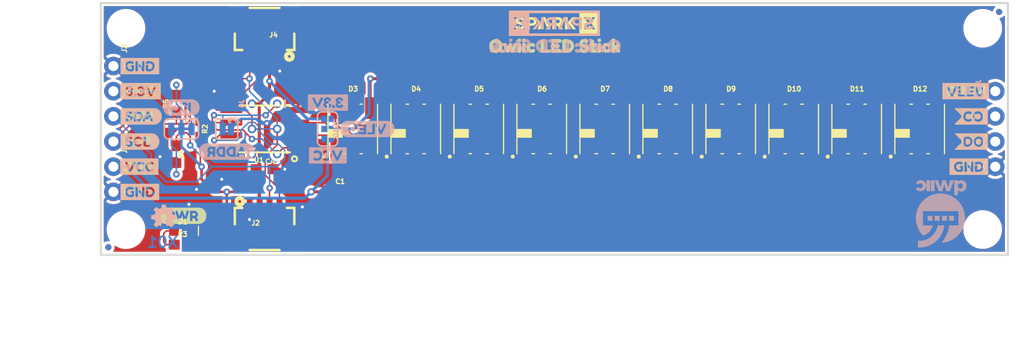
<source format=kicad_pcb>
(kicad_pcb (version 20211014) (generator pcbnew)
  (layers (0 "F.Cu" signal) (31 "B.Cu" signal) (34 "B.Paste" user) (35 "F.Paste" user) (36 "B.SilkS" user "B.Silkscreen") (37 "F.SilkS" user "F.Silkscreen") (38 "B.Mask" user) (39 "F.Mask" user) (44 "Edge.Cuts" user))
  (net 0 "")
  (net 1 "3.3V")
  (net 2 "GND")
  (net 3 "SCL")
  (net 4 "SDA")
  (net 5 "N$1")
  (net 6 "N$2")
  (net 7 "N$3")
  (net 8 "DO")
  (net 9 "N$8")
  (net 10 "N$9")
  (net 11 "N$10")
  (net 12 "N$11")
  (net 13 "N$12")
  (net 14 "N$13")
  (net 15 "N$14")
  (net 16 "N$15")
  (net 17 "N$16")
  (net 18 "N$17")
  (net 19 "N$18")
  (net 20 "N$19")
  (net 21 "N$20")
  (net 22 "N$21")
  (net 23 "N$22")
  (net 24 "N$23")
  (net 25 "N$24")
  (net 26 "N$25")
  (net 27 "CLK")
  (net 28 "~{RST}")
  (net 29 "ADDR(MISO)")
  (net 30 "VLED")
  (net 31 "VCC")
  (net 32 "DO(10)")
  (net 33 "CO(10)")
  (footprint "eagleBoard:0603" (layer "F.Cu") (at 110.4011 102.4636 90)
    (fp_text reference "R5")
    (fp_text value "2.2k")
  )
  (footprint "eagleBoard:0603" (layer "F.Cu") (at 111.0361 116.6876)
    (fp_text reference "R3")
    (fp_text value "1k")
  )
  (footprint "eagleBoard:3#3V2" (layer "F.Cu") (at 104.3051 101.1936)
    (fp_text reference "U$21" hide)
    (fp_text value "" hide)
  )
  (footprint "eagleBoard:STAND-OFF" (layer "F.Cu") (at 191.6811 115.1636)
    (fp_text reference "JP8" hide)
    (fp_text value "STAND-OFF" hide)
  )
  (footprint "eagleBoard:STAND-OFF" (layer "F.Cu") (at 105.3211 94.8436 90)
    (fp_text reference "JP4" hide)
    (fp_text value "STAND-OFF" hide)
  )
  (footprint "eagleBoard:0603" (layer "F.Cu") (at 110.4011 107.5436 -90)
    (fp_text reference "R4")
    (fp_text value "2.2k")
  )
  (footprint "eagleBoard:(PWR)" (layer "F.Cu") (at 108.4961 113.7666)
    (fp_text reference "U$10" hide)
    (fp_text value "" hide)
  )
  (footprint "eagleBoard:APA102-5050" (layer "F.Cu") (at 178.9811 105.0036)
    (fp_text reference "D11")
    (fp_text value "APA1025050")
  )
  (footprint "eagleBoard:APA102-5050" (layer "F.Cu") (at 172.6311 105.0036)
    (fp_text reference "D10")
    (fp_text value "APA1025050")
  )
  (footprint "eagleBoard:0603" (layer "F.Cu") (at 112.8141 105.0036 -90)
    (fp_text reference "R2")
    (fp_text value "4.7k")
  )
  (footprint "eagleBoard:APA102-5050" (layer "F.Cu") (at 128.1811 105.0036)
    (fp_text reference "D3")
    (fp_text value "APA1025050")
  )
  (footprint "eagleBoard:MICRO-FIDUCIAL" (layer "F.Cu") (at 103.5431 116.9416 90)
    (fp_text reference "JP6" hide)
    (fp_text value "FIDUCIALUFIDUCIAL" hide)
  )
  (footprint "eagleBoard:APA102-5050" (layer "F.Cu") (at 153.5811 105.0036)
    (fp_text reference "D7")
    (fp_text value "APA1025050")
  )
  (footprint "eagleBoard:MICRO-FIDUCIAL" (layer "F.Cu") (at 193.3321 93.1926 90)
    (fp_text reference "JP2" hide)
    (fp_text value "FIDUCIALUFIDUCIAL" hide)
  )
  (footprint "eagleBoard:VLED4" (layer "F.Cu") (at 187.1091 101.1936)
    (fp_text reference "U$9" hide)
    (fp_text value "" hide)
  )
  (footprint "eagleBoard:GND1" (layer "F.Cu") (at 104.3051 98.6536)
    (fp_text reference "U$22" hide)
    (fp_text value "" hide)
  )
  (footprint "eagleBoard:STAND-OFF" (layer "F.Cu") (at 191.6811 94.8436)
    (fp_text reference "JP7" hide)
    (fp_text value "STAND-OFF" hide)
  )
  (footprint "eagleBoard:1X04_1MM_RA" (layer "F.Cu") (at 119.2911 112.6236)
    (fp_text reference "J2")
    (fp_text value "SMD")
  )
  (footprint "eagleBoard:0603" (layer "F.Cu") (at 119.2911 109.0676)
    (fp_text reference "C4")
    (fp_text value "0.1uF")
  )
  (footprint "eagleBoard:SPARKX-MEDIUM" (layer "F.Cu") (at 148.5011 94.3356)
    (fp_text reference "U$1" hide)
    (fp_text value "SPARKX-LOGO4" hide)
  )
  (footprint "eagleBoard:APA102-5050" (layer "F.Cu") (at 147.2311 105.0036)
    (fp_text reference "D6")
    (fp_text value "APA1025050")
  )
  (footprint "eagleBoard:GND0" (layer "F.Cu") (at 104.3051 111.3536)
    (fp_text reference "U$24" hide)
    (fp_text value "" hide)
  )
  (footprint "eagleBoard:STAND-OFF" (layer "F.Cu") (at 105.3211 115.1636 90)
    (fp_text reference "JP3" hide)
    (fp_text value "STAND-OFF" hide)
  )
  (footprint "eagleBoard:APA102-5050" (layer "F.Cu") (at 159.9311 105.0036)
    (fp_text reference "D8")
    (fp_text value "APA1025050")
  )
  (footprint "eagleBoard:CREATIVE_COMMONS" (layer "F.Cu") (at 112.9411 126.5936)
    (fp_text reference "FRAME1" hide)
    (fp_text value "FRAME-LETTER" hide)
  )
  (footprint "eagleBoard:APA102-5050" (layer "F.Cu") (at 166.2811 105.0036)
    (fp_text reference "D9")
    (fp_text value "APA1025050")
  )
  (footprint "eagleBoard:0603" (layer "F.Cu") (at 126.9111 111.3536)
    (fp_text reference "C1")
    (fp_text value "4.7uF")
  )
  (footprint "eagleBoard:APA102-5050" (layer "F.Cu") (at 185.3311 105.0036)
    (fp_text reference "D12")
    (fp_text value "APA1025050")
  )
  (footprint "eagleBoard:DO12" (layer "F.Cu") (at 188.7601 106.2736)
    (fp_text reference "U$15" hide)
    (fp_text value "" hide)
  )
  (footprint "eagleBoard:QWIIC_LED_STICK1" (layer "F.Cu") (at 140.7541 96.6216)
    (fp_text reference "U$32" hide)
    (fp_text value "" hide)
  )
  (footprint "eagleBoard:APA102-5050" (layer "F.Cu") (at 134.5311 105.0036)
    (fp_text reference "D4")
    (fp_text value "APA1025050")
  )
  (footprint "eagleBoard:SCL9" (layer "F.Cu") (at 104.3051 106.2736)
    (fp_text reference "U$26" hide)
    (fp_text value "" hide)
  )
  (footprint "eagleBoard:VCC1" (layer "F.Cu") (at 104.3051 108.8136)
    (fp_text reference "U$19" hide)
    (fp_text value "" hide)
  )
  (footprint "eagleBoard:1X02_NO_SILK" (layer "F.Cu") (at 104.0511 108.8136 -90)
    (fp_text reference "J1")
    (fp_text value "")
  )
  (footprint "eagleBoard:1X04_1MM_RA" (layer "F.Cu") (at 119.2911 97.3836 180)
    (fp_text reference "J4")
    (fp_text value "SMD")
  )
  (footprint "eagleBoard:APA102-5050" (layer "F.Cu") (at 140.8811 105.0036)
    (fp_text reference "D5")
    (fp_text value "APA1025050")
  )
  (footprint "eagleBoard:SO08-EIAJ_MCU" (layer "F.Cu") (at 119.2911 105.0036 90)
    (fp_text reference "U1")
    (fp_text value "Tiny85-20-SMT")
  )
  (footprint "eagleBoard:LED-0603" (layer "F.Cu") (at 111.0361 115.2906)
    (fp_text reference "D1")
    (fp_text value "RED")
  )
  (footprint "eagleBoard:SDA8" (layer "F.Cu") (at 104.3051 103.7336)
    (fp_text reference "U$27" hide)
    (fp_text value "" hide)
  )
  (footprint "eagleBoard:1X04_NO_SILK" (layer "F.Cu") (at 104.0511 98.6536 -90)
    (fp_text reference "J3")
    (fp_text value "PTH")
  )
  (footprint "eagleBoard:CO9" (layer "F.Cu") (at 188.7601 103.7336)
    (fp_text reference "U$16" hide)
    (fp_text value "" hide)
  )
  (footprint "eagleBoard:GND1" (layer "F.Cu") (at 187.8711 108.8136)
    (fp_text reference "U$12" hide)
    (fp_text value "" hide)
  )
  (footprint "eagleBoard:MICRO-FIDUCIAL" (layer "B.Cu") (at 103.5431 116.9416 -90)
    (fp_text reference "JP1" hide)
    (fp_text value "FIDUCIALUFIDUCIAL" hide)
  )
  (footprint "eagleBoard:VLED3" (layer "B.Cu") (at 132.4991 105.0036 180)
    (fp_text reference "U$25" hide)
    (fp_text value "" hide)
  )
  (footprint "eagleBoard:MICRO-FIDUCIAL" (layer "B.Cu") (at 193.3321 93.1926 -90)
    (fp_text reference "JP5" hide)
    (fp_text value "FIDUCIALUFIDUCIAL" hide)
  )
  (footprint "eagleBoard:SDA0" (layer "B.Cu") (at 109.0041 103.7336 180)
    (fp_text reference "U$17" hide)
    (fp_text value "" hide)
  )
  (footprint "eagleBoard:CO5" (layer "B.Cu") (at 192.6971 103.7336 180)
    (fp_text reference "U$7" hide)
    (fp_text value "" hide)
  )
  (footprint "eagleBoard:SMT-JUMPER_3_2-NC_TRACE_SILK" (layer "B.Cu") (at 110.9091 105.0036 180)
    (fp_text reference "I2C0")
    (fp_text value "")
  )
  (footprint "eagleBoard:VLED4" (layer "B.Cu") (at 192.8241 101.1936 180)
    (fp_text reference "U$5" hide)
    (fp_text value "" hide)
  )
  (footprint "eagleBoard:GND0" (layer "B.Cu") (at 109.1311 111.3536 180)
    (fp_text reference "U$23" hide)
    (fp_text value "" hide)
  )
  (footprint "eagleBoard:VCC1" (layer "B.Cu") (at 128.0541 107.6706 180)
    (fp_text reference "U$31" hide)
    (fp_text value "" hide)
  )
  (footprint "eagleBoard:DO8" (layer "B.Cu") (at 192.6971 106.2736 180)
    (fp_text reference "U$6" hide)
    (fp_text value "" hide)
  )
  (footprint "eagleBoard:VCC1" (layer "B.Cu") (at 109.0041 108.8136 180)
    (fp_text reference "U$20" hide)
    (fp_text value "" hide)
  )
  (footprint "eagleBoard:3#3V3" (layer "B.Cu") (at 128.1811 102.3366 180)
    (fp_text reference "U$30" hide)
    (fp_text value "" hide)
  )
  (footprint "eagleBoard:SCL1" (layer "B.Cu") (at 108.7501 106.2736 180)
    (fp_text reference "U$18" hide)
    (fp_text value "" hide)
  )
  (footprint "eagleBoard:OSHW-LOGO-MINI" (layer "B.Cu") (at 109.1311 113.8936 180)
    (fp_text reference "LOGO1" hide)
    (fp_text value "OSHW-LOGOMINI" hide)
  )
  (footprint "eagleBoard:SMT-JUMPER_2_NO_SILK" (layer "B.Cu") (at 115.4811 105.0036 180)
    (fp_text reference "JP9")
    (fp_text value "JUMPER-SMT_2_NO_SILK")
  )
  (footprint "eagleBoard:SPARKX-MEDIUM" (layer "B.Cu") (at 148.5011 94.3356 180)
    (fp_text reference "U$2" hide)
    (fp_text value "SPARKX-LOGO4" hide)
  )
  (footprint "eagleBoard:ADDR2" (layer "B.Cu") (at 118.4021 107.2896 180)
    (fp_text reference "U$28" hide)
    (fp_text value "" hide)
  )
  (footprint "eagleBoard:GND1" (layer "B.Cu") (at 192.6971 108.8136 180)
    (fp_text reference "U$8" hide)
    (fp_text value "" hide)
  )
  (footprint "eagleBoard:(I_SUPER2_C)" (layer "B.Cu") (at 112.8141 102.8446 180)
    (fp_text reference "U$11" hide)
    (fp_text value "" hide)
  )
  (footprint "eagleBoard:SMT-JUMPER_3_1-NC_TRACE_SILK" (layer "B.Cu") (at 125.6411 105.0036 90)
    (fp_text reference "JP10")
    (fp_text value "")
  )
  (footprint "eagleBoard:QWIIC-LOGO-MEDIUM" (layer "B.Cu") (at 187.4901 113.5126 180)
    (fp_text reference "U$29" hide)
    (fp_text value "" hide)
  )
  (footprint "eagleBoard:1X04_NO_SILK" (layer "B.Cu") (at 192.9511 101.1936 -90)
    (fp_text reference "J5")
    (fp_text value "")
  )
  (footprint "eagleBoard:GND1" (layer "B.Cu") (at 109.1311 98.6536 180)
    (fp_text reference "U$3" hide)
    (fp_text value "" hide)
  )
  (footprint "eagleBoard:3#3V2" (layer "B.Cu") (at 109.2581 101.1936 180)
    (fp_text reference "U$4" hide)
    (fp_text value "" hide)
  )
  (footprint "eagleBoard:2X3_TEST_POINTS" (layer "B.Cu") (at 119.2911 105.0036 -90)
    (fp_text reference "J6")
    (fp_text value "AVR_SPI_PROG_3X2TESTPOINTS")
  )
  (footprint "eagleBoard:QWIIC_LED_STICK1" (layer "B.Cu") (at 156.3751 96.6216 180)
    (fp_text reference "U$13" hide)
    (fp_text value "" hide)
  )
  (gr_line (start 102.7811 117.7036) (end 102.7811 92.3036) (layer "Edge.Cuts") (width 0.2032))
  (gr_line (start 102.7811 92.3036) (end 194.2211 92.3036) (layer "Edge.Cuts") (width 0.2032))
  (gr_line (start 194.2211 117.7036) (end 102.7811 117.7036) (layer "Edge.Cuts") (width 0.2032))
  (gr_line (start 194.2211 92.3036) (end 194.2211 117.7036) (layer "Edge.Cuts") (width 0.2032))
  (gr_text "X01" (at 109.0041 116.4336) (layer "B.Cu") (effects (font (size 1.0795 1.0795) (thickness 0.1905)) (justify mirror)))
  (segment (start 114.2111 111.3536) (end 112.9411 110.0836) (width 0.254) (layer "F.Cu") (net 1))
  (segment (start 115.9383 106.9086) (end 117.3861 106.9086) (width 0.254) (layer "F.Cu") (net 1))
  (segment (start 117.3861 106.9086) (end 117.5131 106.7816) (width 0.254) (layer "F.Cu") (net 1))
  (segment (start 118.7577 112.5902) (end 118.7911 112.6236) (width 0.3048) (layer "F.Cu") (net 1))
  (segment (start 118.7911 109.4176) (end 118.4411 109.0676) (width 0.254) (layer "F.Cu") (net 1))
  (segment (start 112.8141 108.6866) (end 112.9411 108.8136) (width 0.1524) (layer "F.Cu") (net 1))
  (segment (start 118.7577 102.4636) (end 118.7577 112.5902) (width 0.3048) (layer "F.Cu") (net 1))
  (segment (start 118.7911 111.3536) (end 118.7911 109.4176) (width 0.254) (layer "F.Cu") (net 1))
  (segment (start 118.7577 102.4636) (end 118.0211 102.4636) (width 0.3048) (layer "F.Cu") (net 1))
  (segment (start 115.4811 111.3536) (end 118.7911 111.3536) (width 0.254) (layer "F.Cu") (net 1))
  (segment (start 112.6871 116.6876) (end 115.4811 113.8936) (width 0.254) (layer "F.Cu") (net 1))
  (segment (start 118.4411 109.0676) (end 118.7831 108.7256) (width 0.254) (layer "F.Cu") (net 1))
  (segment (start 118.7911 112.6236) (end 118.7911 111.3536) (width 0.254) (layer "F.Cu") (net 1))
  (segment (start 118.7577 102.4636) (end 119.7911 101.4302) (width 0.3048) (layer "F.Cu") (net 1))
  (segment (start 112.9411 108.8136) (end 112.9411 110.0836) (width 0.254) (layer "F.Cu") (net 1))
  (segment (start 117.5131 106.7816) (end 118.7831 106.7816) (width 0.254) (layer "F.Cu") (net 1))
  (segment (start 119.7911 101.4302) (end 119.7911 100.1776) (width 0.3048) (layer "F.Cu") (net 1))
  (segment (start 112.8141 105.8536) (end 112.8141 108.6866) (width 0.1524) (layer "F.Cu") (net 1))
  (segment (start 115.4811 113.8936) (end 115.4811 111.3536) (width 0.254) (layer "F.Cu") (net 1))
  (segment (start 114.2111 111.3536) (end 115.4811 111.3536) (width 0.254) (layer "F.Cu") (net 1))
  (segment (start 118.7831 108.7256) (end 118.7831 106.7816) (width 0.254) (layer "F.Cu") (net 1))
  (segment (start 111.8861 116.6876) (end 112.6871 116.6876) (width 0.254) (layer "F.Cu") (net 1))
  (segment (start 119.7911 100.1776) (end 119.7911 97.3836) (width 0.3048) (layer "F.Cu") (net 1))
  (segment (start 118.5291 102.4636) (end 118.0211 102.4636) (width 0.3048) (layer "F.Cu") (net 1))
  (via (at 112.9411 108.8136) (size 0.6604) (drill 0.3048) (layers "F.Cu" "B.Cu") (net 1))
  (via (at 115.4811 111.3536) (size 0.6604) (drill 0.3048) (layers "F.Cu" "B.Cu") (net 1))
  (via (at 119.7911 100.1776) (size 0.6604) (drill 0.3048) (layers "F.Cu" "B.Cu") (net 1))
  (segment (start 107.0991 101.1936) (end 104.0511 101.1936) (width 0.254) (layer "B.Cu") (net 1))
  (segment (start 110.9091 106.7816) (end 112.9411 108.8136) (width 0.254) (layer "B.Cu") (net 1))
  (segment (start 110.8837 104.0892) (end 107.9881 101.1936) (width 0.254) (layer "B.Cu") (net 1))
  (segment (start 123.6011 103.9876) (end 119.7911 100.1776) (width 0.3048) (layer "B.Cu") (net 1))
  (segment (start 110.8837 104.9782) (end 110.8837 104.0892) (width 0.254) (layer "B.Cu") (net 1))
  (segment (start 107.4801 101.1936) (end 107.0991 101.1936) (width 0.254) (layer "B.Cu") (net 1))
  (segment (start 110.9091 105.0036) (end 110.8837 104.9782) (width 0.254) (layer "B.Cu") (net 1))
  (segment (start 110.9091 105.0036) (end 110.9091 106.7816) (width 0.254) (layer "B.Cu") (net 1))
  (segment (start 125.6411 103.9876) (end 123.6011 103.9876) (width 0.3048) (layer "B.Cu") (net 1))
  (segment (start 107.9881 101.1936) (end 104.0511 101.1936) (width 0.254) (layer "B.Cu") (net 1))
  (segment (start 107.9881 101.1936) (end 107.0991 101.1936) (width 0.1524) (layer "B.Cu") (net 1))
  (segment (start 122.6693 103.0986) (end 124.4981 103.0986) (width 0.254) (layer "F.Cu") (net 2))
  (via (at 112.4331 111.0996) (size 0.6604) (drill 0.3048) (layers "F.Cu" "B.Cu") (net 2))
  (via (at 120.8151 99.1616) (size 0.6604) (drill 0.3048) (layers "F.Cu" "B.Cu") (net 2))
  (via (at 108.7501 107.7976) (size 0.6604) (drill 0.3048) (layers "F.Cu" "B.Cu") (net 2))
  (via (at 114.9731 110.0836) (size 0.6604) (drill 0.3048) (layers "F.Cu" "B.Cu") (net 2))
  (via (at 117.7671 114.1476) (size 0.6604) (drill 0.3048) (layers "F.Cu" "B.Cu") (net 2))
  (via (at 111.6711 112.6236) (size 0.6604) (drill 0.3048) (layers "F.Cu" "B.Cu") (net 2))
  (via (at 124.4981 103.0986) (size 0.6604) (drill 0.3048) (layers "F.Cu" "B.Cu") (net 2))
  (via (at 119.5197 104.433538) (size 0.6604) (drill 0.3048) (layers "F.Cu" "B.Cu") (net 2))
  (via (at 121.3231 109.0676) (size 0.6604) (drill 0.3048) (layers "F.Cu" "B.Cu") (net 2))
  (via (at 114.2111 101.1936) (size 0.6604) (drill 0.3048) (layers "F.Cu" "B.Cu") (net 2))
  (via (at 123.1011 112.8776) (size 0.6604) (drill 0.3048) (layers "F.Cu" "B.Cu") (net 2))
  (segment (start 118.887887 104.433538) (end 119.5197 104.433538) (width 0.254) (layer "B.Cu") (net 2))
  (segment (start 116.9035 103.9876) (end 118.44195 103.9876) (width 0.254) (layer "B.Cu") (net 2))
  (segment (start 115.8875 105.0036) (end 116.9035 103.9876) (width 0.254) (layer "B.Cu") (net 2))
  (segment (start 118.44195 103.9876) (end 118.887887 104.433538) (width 0.254) (layer "B.Cu") (net 2))
  (segment (start 120.5611 105.0036) (end 120.5611 106.60965) (width 0.1524) (layer "F.Cu") (net 3))
  (segment (start 110.4011 103.3136) (end 110.4011 104.4956) (width 0.1524) (layer "F.Cu") (net 3))
  (segment (start 114.7191 105.6386) (end 114.2111 106.1466) (width 0.1524) (layer "F.Cu") (net 3))
  (segment (start 120.5611 106.60965) (end 119.3625 107.80825) (width 0.1524) (layer "F.Cu") (net 3))
  (segment (start 117.7911 99.8996) (end 117.7671 99.9236) (width 0.1524) (layer "F.Cu") (net 3))
  (segment (start 105.8291 104.4956) (end 110.4011 104.4956) (width 0.1524) (layer "F.Cu") (net 3))
  (segment (start 111.4171 104.4956) (end 111.7981 104.1146) (width 0.1524) (layer "F.Cu") (net 3))
  (segment (start 104.0511 106.2736) (end 105.8291 104.4956) (width 0.1524) (layer "F.Cu") (net 3))
  (segment (start 115.9383 105.6386) (end 114.7191 105.6386) (width 0.1524) (layer "F.Cu") (net 3))
  (segment (start 111.7981 104.1146) (end 111.7981 100.8126) (width 0.1524) (layer "F.Cu") (net 3))
  (segment (start 120.7911 112.6236) (end 120.7911 111.090888) (width 0.1524) (layer "F.Cu") (net 3))
  (segment (start 112.6871 99.9236) (end 117.7671 99.9236) (width 0.1524) (layer "F.Cu") (net 3))
  (segment (start 111.7981 100.8126) (end 112.6871 99.9236) (width 0.1524) (layer "F.Cu") (net 3))
  (segment (start 120.7911 111.090888) (end 119.3625 109.662288) (width 0.1524) (layer "F.Cu") (net 3))
  (segment (start 117.7911 97.3836) (end 117.7911 99.8996) (width 0.1524) (layer "F.Cu") (net 3))
  (segment (start 110.4011 104.4956) (end 111.4171 104.4956) (width 0.1524) (layer "F.Cu") (net 3))
  (segment (start 119.3625 107.80825) (end 119.3625 109.662288) (width 0.1524) (layer "F.Cu") (net 3))
  (via (at 117.7671 99.9236) (size 0.6604) (drill 0.3048) (layers "F.Cu" "B.Cu") (net 3))
  (via (at 114.2111 106.1466) (size 0.6604) (drill 0.3048) (layers "F.Cu" "B.Cu") (net 3))
  (segment (start 118.29465 104.3432) (end 118.95505 105.0036) (width 0.1524) (layer "B.Cu") (net 3))
  (segment (start 117.6909 104.3432) (end 118.29465 104.3432) (width 0.1524) (layer "B.Cu") (net 3))
  (segment (start 118.95505 105.0036) (end 120.5611 105.0036) (width 0.1524) (layer "B.Cu") (net 3))
  (segment (start 116.8781 105.156) (end 116.8908 105.1433) (width 0.1524) (layer "B.Cu") (net 3))
  (segment (start 116.4971 106.1466) (end 116.8908 105.7529) (width 0.1524) (layer "B.Cu") (net 3))
  (segment (start 114.2111 106.1466) (end 116.4971 106.1466) (width 0.1524) (layer "B.Cu") (net 3))
  (segment (start 116.8908 105.7529) (end 116.8908 105.1433) (width 0.1524) (layer "B.Cu") (net 3))
  (segment (start 120.5611 103.9876) (end 120.5611 105.0036) (width 0.1524) (layer "B.Cu") (net 3))
  (segment (start 117.7671 101.1936) (end 120.5611 103.9876) (width 0.1524) (layer "B.Cu") (net 3))
  (segment (start 117.7671 99.9236) (end 117.7671 101.1936) (width 0.1524) (layer "B.Cu") (net 3))
  (segment (start 116.8908 105.1433) (end 117.6909 104.3432) (width 0.1524) (layer "B.Cu") (net 3))
  (segment (start 117.3353 101.1936) (end 115.4811 101.1936) (width 0.1524) (layer "F.Cu") (net 4))
  (segment (start 117.3353 101.1936) (end 117.3861 101.1936) (width 0.1524) (layer "F.Cu") (net 4))
  (segment (start 117.3353 103.0478) (end 117.3353 101.1936) (width 0.1524) (layer "F.Cu") (net 4))
  (segment (start 117.3353 103.0478) (end 118.0211 103.7336) (width 0.1524) (layer "F.Cu") (net 4))
  (segment (start 119.7911 112.6236) (end 119.7911 110.9806) (width 0.1524) (layer "F.Cu") (net 4))
  (segment (start 118.0211 105.0036) (end 118.0211 103.7336) (width 0.1524) (layer "F.Cu") (net 4))
  (segment (start 117.3861 101.1936) (end 118.7911 99.7886) (width 0.1524) (layer "F.Cu") (net 4))
  (segment (start 110.7821 105.3926) (end 110.7821 105.3846) (width 0.1524) (layer "F.Cu") (net 4))
  (segment (start 114.2111 102.8446) (end 114.2111 102.4636) (width 0.1524) (layer "F.Cu") (net 4))
  (segment (start 118.7911 99.7886) (end 118.7911 97.3836) (width 0.1524) (layer "F.Cu") (net 4))
  (segment (start 115.9383 103.0986) (end 114.4651 103.0986) (width 0.1524) (layer "F.Cu") (net 4))
  (segment (start 110.4011 106.6936) (end 110.4011 105.7736) (width 0.1524) (layer "F.Cu") (net 4))
  (segment (start 111.4171 105.3846) (end 111.7981 105.7656) (width 0.1524) (layer "F.Cu") (net 4))
  (segment (start 114.2111 102.4636) (end 115.4811 101.1936) (width 0.1524) (layer "F.Cu") (net 4))
  (segment (start 110.7821 105.3846) (end 111.4171 105.3846) (width 0.1524) (layer "F.Cu") (net 4))
  (segment (start 111.7981 105.7656) (end 111.7981 106.6546) (width 0.1524) (layer "F.Cu") (net 4))
  (segment (start 119.7911 110.9806) (end 119.7991 110.9726) (width 0.1524) (layer "F.Cu") (net 4))
  (segment (start 110.4011 105.7736) (end 110.7821 105.3926) (width 0.1524) (layer "F.Cu") (net 4))
  (segment (start 114.4651 103.0986) (end 114.2111 102.8446) (width 0.1524) (layer "F.Cu") (net 4))
  (via (at 111.7981 106.6546) (size 0.6604) (drill 0.3048) (layers "F.Cu" "B.Cu") (net 4))
  (via (at 119.7991 110.9726) (size 0.6604) (drill 0.3048) (layers "F.Cu" "B.Cu") (net 4))
  (segment (start 112.4331 110.3376) (end 109.3851 110.3376) (width 0.1524) (layer "B.Cu") (net 4))
  (segment (start 107.8611 108.8136) (end 109.3851 110.3376) (width 0.1524) (layer "B.Cu") (net 4))
  (segment (start 113.9571 108.8136) (end 119.7991 108.8136) (width 0.1524) (layer "B.Cu") (net 4))
  (segment (start 118.0211 105.0036) (end 118.523993 105.0036) (width 0.1524) (layer "B.Cu") (net 4))
  (segment (start 121.3231 107.1626) (end 121.3231 108.0516) (width 0.1524) (layer "B.Cu") (net 4))
  (segment (start 113.9571 108.8136) (end 111.7981 106.6546) (width 0.1524) (layer "B.Cu") (net 4))
  (segment (start 104.0511 103.7336) (end 107.8611 107.5436) (width 0.1524) (layer "B.Cu") (net 4))
  (segment (start 120.047993 106.5276) (end 120.6881 106.5276) (width 0.1524) (layer "B.Cu") (net 4))
  (segment (start 119.7991 108.8136) (end 120.5611 108.8136) (width 0.1524) (layer "B.Cu") (net 4))
  (segment (start 107.8611 107.5436) (end 107.8611 108.8136) (width 0.1524) (layer "B.Cu") (net 4))
  (segment (start 119.7991 110.9726) (end 119.7991 108.8136) (width 0.1524) (layer "B.Cu") (net 4))
  (segment (start 120.6881 106.5276) (end 121.3231 107.1626) (width 0.1524) (layer "B.Cu") (net 4))
  (segment (start 118.523993 105.0036) (end 120.047993 106.5276) (width 0.1524) (layer "B.Cu") (net 4))
  (segment (start 120.5611 108.8136) (end 121.3231 108.0516) (width 0.1524) (layer "B.Cu") (net 4))
  (segment (start 113.9571 108.8136) (end 112.4331 110.3376) (width 0.1524) (layer "B.Cu") (net 4))
  (segment (start 110.4011 101.6136) (end 110.4011 100.5586) (width 0.1524) (layer "F.Cu") (net 5))
  (via (at 110.4011 100.5586) (size 0.6604) (drill 0.3048) (layers "F.Cu" "B.Cu") (net 5))
  (segment (start 110.4011 100.5586) (end 110.4011 102.4636) (width 0.1524) (layer "B.Cu") (net 5))
  (segment (start 111.9251 103.9876) (end 110.4011 102.4636) (width 0.1524) (layer "B.Cu") (net 5))
  (segment (start 111.9251 105.0036) (end 111.9251 103.9876) (width 0.1524) (layer "B.Cu") (net 5))
  (segment (start 110.4011 108.3936) (end 110.4011 109.5756) (width 0.1524) (layer "F.Cu") (net 6))
  (via (at 110.4011 109.5756) (size 0.6604) (drill 0.3048) (layers "F.Cu" "B.Cu") (net 6))
  (segment (start 109.8931 106.6546) (end 109.8931 105.0036) (width 0.1524) (layer "B.Cu") (net 6))
  (segment (start 110.4011 107.1626) (end 109.8931 106.6546) (width 0.1524) (layer "B.Cu") (net 6))
  (segment (start 110.4011 109.5756) (end 110.4011 107.1626) (width 0.1524) (layer "B.Cu") (net 6))
  (segment (start 110.1591 115.2906) (end 109.3851 115.2906) (width 0.1524) (layer "F.Cu") (net 7))
  (segment (start 110.1861 116.6876) (end 109.3851 116.6876) (width 0.1524) (layer "F.Cu") (net 7))
  (segment (start 109.1311 115.5446) (end 109.3851 115.2906) (width 0.1524) (layer "F.Cu") (net 7))
  (segment (start 109.3851 116.6876) (end 109.1311 116.4336) (width 0.1524) (layer "F.Cu") (net 7))
  (segment (start 109.1311 116.4336) (end 109.1311 115.5446) (width 0.1524) (layer "F.Cu") (net 7))
  (segment (start 126.4311 107.1036) (end 126.4311 105.7936) (width 0.1524) (layer "F.Cu") (net 8))
  (segment (start 126.4311 105.7936) (end 126.2761 105.6386) (width 0.1524) (layer "F.Cu") (net 8))
  (segment (start 126.2761 105.6386) (end 122.6693 105.6386) (width 0.1524) (layer "F.Cu") (net 8))
  (segment (start 183.5811 107.1036) (end 183.5811 105.385713) (width 0.1524) (layer "F.Cu") (net 9))
  (segment (start 177.7619 104.9274) (end 177.2311 104.3966) (width 0.1524) (layer "F.Cu") (net 9))
  (segment (start 177.2311 104.3966) (end 177.2311 102.9036) (width 0.1524) (layer "F.Cu") (net 9))
  (segment (start 183.122787 104.9274) (end 177.7619 104.9274) (width 0.1524) (layer "F.Cu") (net 9))
  (segment (start 183.5811 105.385713) (end 183.122787 104.9274) (width 0.1524) (layer "F.Cu") (net 9))
  (segment (start 177.2031 102.9316) (end 177.2311 102.9036) (width 0.1524) (layer "F.Cu") (net 9))
  (segment (start 183.2763 104.649857) (end 183.2763 104.6226) (width 0.1524) (layer "F.Cu") (net 10))
  (segment (start 183.934843 105.3084) (end 183.2763 104.649857) (width 0.1524) (layer "F.Cu") (net 10))
  (segment (start 185.3311 107.1036) (end 185.3311 105.6386) (width 0.1524) (layer "F.Cu") (net 10))
  (segment (start 179.2351 104.6226) (end 178.9811 104.3686) (width 0.1524) (layer "F.Cu") (net 10))
  (segment (start 185.3311 105.6386) (end 185.0009 105.3084) (width 0.1524) (layer "F.Cu") (net 10))
  (segment (start 178.9811 104.3686) (end 178.9811 102.9036) (width 0.1524) (layer "F.Cu") (net 10))
  (segment (start 183.2763 104.6226) (end 179.2351 104.6226) (width 0.1524) (layer "F.Cu") (net 10))
  (segment (start 185.0009 105.3084) (end 183.934843 105.3084) (width 0.1524) (layer "F.Cu") (net 10))
  (segment (start 172.6311 104.3686) (end 172.6311 102.9036) (width 0.1524) (layer "F.Cu") (net 11))
  (segment (start 177.635643 105.2322) (end 178.5747 105.2322) (width 0.1524) (layer "F.Cu") (net 11))
  (segment (start 172.6311 104.3686) (end 172.8851 104.6226) (width 0.1524) (layer "F.Cu") (net 11))
  (segment (start 178.5747 105.2322) (end 178.9811 105.6386) (width 0.1524) (layer "F.Cu") (net 11))
  (segment (start 178.9811 107.1036) (end 178.9811 105.6386) (width 0.1524) (layer "F.Cu") (net 11))
  (segment (start 172.8851 104.6226) (end 177.026043 104.6226) (width 0.1524) (layer "F.Cu") (net 11))
  (segment (start 177.026043 104.6226) (end 177.635643 105.2322) (width 0.1524) (layer "F.Cu") (net 11))
  (segment (start 177.2031 105.6386) (end 177.2031 107.0756) (width 0.1524) (layer "F.Cu") (net 12))
  (segment (start 170.8811 102.9036) (end 170.8811 104.3966) (width 0.1524) (layer "F.Cu") (net 12))
  (segment (start 171.4119 104.9274) (end 176.4919 104.9274) (width 0.1524) (layer "F.Cu") (net 12))
  (segment (start 177.2311 107.1036) (end 177.2031 107.0756) (width 0.1524) (layer "F.Cu") (net 12))
  (segment (start 176.4919 104.9274) (end 177.2031 105.6386) (width 0.1524) (layer "F.Cu") (net 12))
  (segment (start 170.8811 104.3966) (end 171.4119 104.9274) (width 0.1524) (layer "F.Cu") (net 12))
  (segment (start 171.285643 105.2322) (end 170.676043 104.6226) (width 0.1524) (layer "F.Cu") (net 13))
  (segment (start 166.2811 104.3686) (end 166.2811 102.9036) (width 0.1524) (layer "F.Cu") (net 13))
  (segment (start 166.5351 104.6226) (end 166.2811 104.3686) (width 0.1524) (layer "F.Cu") (net 13))
  (segment (start 170.676043 104.6226) (end 166.5351 104.6226) (width 0.1524) (layer "F.Cu") (net 13))
  (segment (start 172.2247 105.2322) (end 171.285643 105.2322) (width 0.1524) (layer "F.Cu") (net 13))
  (segment (start 172.6311 105.6386) (end 172.2247 105.2322) (width 0.1524) (layer "F.Cu") (net 13))
  (segment (start 172.6311 107.1036) (end 172.6311 105.6386) (width 0.1524) (layer "F.Cu") (net 13))
  (segment (start 164.5311 102.9036) (end 164.5311 104.3966) (width 0.1524) (layer "F.Cu") (net 14))
  (segment (start 170.8811 107.1036) (end 170.8811 106.5556) (width 0.1524) (layer "F.Cu") (net 14))
  (segment (start 164.5311 104.3966) (end 165.0619 104.9274) (width 0.1524) (layer "F.Cu") (net 14))
  (segment (start 170.8811 106.5556) (end 170.8531 106.5276) (width 0.1524) (layer "F.Cu") (net 14))
  (segment (start 165.0619 104.9274) (end 170.1419 104.9274) (width 0.1524) (layer "F.Cu") (net 14))
  (segment (start 170.8811 105.6666) (end 170.1419 104.9274) (width 0.1524) (layer "F.Cu") (net 14))
  (segment (start 170.8811 105.6666) (end 170.8811 107.1036) (width 0.1524) (layer "F.Cu") (net 14))
  (segment (start 166.2811 105.6386) (end 165.8747 105.2322) (width 0.1524) (layer "F.Cu") (net 15))
  (segment (start 160.1851 104.6226) (end 159.9311 104.3686) (width 0.1524) (layer "F.Cu") (net 15))
  (segment (start 159.9311 104.3686) (end 159.9311 102.9036) (width 0.1524) (layer "F.Cu") (net 15))
  (segment (start 165.8747 105.2322) (end 164.935643 105.2322) (width 0.1524) (layer "F.Cu") (net 15))
  (segment (start 166.2811 107.1036) (end 166.2811 105.6386) (width 0.1524) (layer "F.Cu") (net 15))
  (segment (start 164.326043 104.6226) (end 160.1851 104.6226) (width 0.1524) (layer "F.Cu") (net 15))
  (segment (start 164.935643 105.2322) (end 164.326043 104.6226) (width 0.1524) (layer "F.Cu") (net 15))
  (segment (start 158.7119 104.9274) (end 158.1811 104.3966) (width 0.1524) (layer "F.Cu") (net 16))
  (segment (start 164.5311 107.1036) (end 164.5311 105.6666) (width 0.1524) (layer "F.Cu") (net 16))
  (segment (start 163.7919 104.9274) (end 158.7119 104.9274) (width 0.1524) (layer "F.Cu") (net 16))
  (segment (start 158.1811 102.9036) (end 158.1811 104.3966) (width 0.1524) (layer "F.Cu") (net 16))
  (segment (start 164.5311 105.6666) (end 163.7919 104.9274) (width 0.1524) (layer "F.Cu") (net 16))
  (segment (start 153.5811 104.3686) (end 153.5811 102.9036) (width 0.1524) (layer "F.Cu") (net 17))
  (segment (start 153.8351 104.6226) (end 153.5811 104.3686) (width 0.1524) (layer "F.Cu") (net 17))
  (segment (start 159.9311 107.1036) (end 159.9311 105.6386) (width 0.1524) (layer "F.Cu") (net 17))
  (segment (start 158.585643 105.2322) (end 157.976043 104.6226) (width 0.1524) (layer "F.Cu") (net 17))
  (segment (start 159.5247 105.2322) (end 158.585643 105.2322) (width 0.1524) (layer "F.Cu") (net 17))
  (segment (start 159.9311 105.6386) (end 159.5247 105.2322) (width 0.1524) (layer "F.Cu") (net 17))
  (segment (start 157.976043 104.6226) (end 153.8351 104.6226) (width 0.1524) (layer "F.Cu") (net 17))
  (segment (start 151.8311 104.3966) (end 151.8311 102.9036) (width 0.1524) (layer "F.Cu") (net 18))
  (segment (start 157.4419 104.9274) (end 152.3619 104.9274) (width 0.1524) (layer "F.Cu") (net 18))
  (segment (start 158.1811 105.6666) (end 157.4419 104.9274) (width 0.1524) (layer "F.Cu") (net 18))
  (segment (start 158.1811 107.1036) (end 158.1811 105.6666) (width 0.1524) (layer "F.Cu") (net 18))
  (segment (start 152.3619 104.9274) (end 151.8311 104.3966) (width 0.1524) (layer "F.Cu") (net 18))
  (segment (start 153.5811 105.6386) (end 153.1747 105.2322) (width 0.1524) (layer "F.Cu") (net 19))
  (segment (start 147.4851 104.6226) (end 147.2311 104.3686) (width 0.1524) (layer "F.Cu") (net 19))
  (segment (start 152.235643 105.2322) (end 151.626043 104.6226) (width 0.1524) (layer "F.Cu") (net 19))
  (segment (start 153.1747 105.2322) (end 152.235643 105.2322) (width 0.1524) (layer "F.Cu") (net 19))
  (segment (start 151.626043 104.6226) (end 147.4851 104.6226) (width 0.1524) (layer "F.Cu") (net 19))
  (segment (start 153.5811 107.1036) (end 153.5811 105.6386) (width 0.1524) (layer "F.Cu") (net 19))
  (segment (start 147.2311 104.3686) (end 147.2311 102.9036) (width 0.1524) (layer "F.Cu") (net 19))
  (segment (start 151.0919 104.9274) (end 146.0119 104.9274) (width 0.1524) (layer "F.Cu") (net 20))
  (segment (start 151.8311 106.2736) (end 151.8031 106.2456) (width 0.1524) (layer "F.Cu") (net 20))
  (segment (start 151.8031 105.6386) (end 151.0919 104.9274) (width 0.1524) (layer "F.Cu") (net 20))
  (segment (start 151.8311 107.1036) (end 151.8311 106.2736) (width 0.1524) (layer "F.Cu") (net 20))
  (segment (start 145.4811 104.3966) (end 145.4811 102.9036) (width 0.1524) (layer "F.Cu") (net 20))
  (segment (start 151.8031 106.2456) (end 151.8031 105.6386) (width 0.1524) (layer "F.Cu") (net 20))
  (segment (start 146.0119 104.9274) (end 145.4811 104.3966) (width 0.1524) (layer "F.Cu") (net 20))
  (segment (start 145.4811 107.1036) (end 145.4811 105.6666) (width 0.1524) (layer "F.Cu") (net 21))
  (segment (start 144.7419 104.9274) (end 139.6619 104.9274) (width 0.1524) (layer "F.Cu") (net 21))
  (segment (start 139.6619 104.9274) (end 139.1311 104.3966) (width 0.1524) (layer "F.Cu") (net 21))
  (segment (start 139.1311 104.3966) (end 139.1311 102.9036) (width 0.1524) (layer "F.Cu") (net 21))
  (segment (start 145.4811 105.6666) (end 144.7419 104.9274) (width 0.1524) (layer "F.Cu") (net 21))
  (segment (start 141.1351 104.6226) (end 140.8811 104.3686) (width 0.1524) (layer "F.Cu") (net 22))
  (segment (start 140.8811 104.3686) (end 140.8811 102.9036) (width 0.1524) (layer "F.Cu") (net 22))
  (segment (start 147.2311 107.1036) (end 147.2311 105.6386) (width 0.1524) (layer "F.Cu") (net 22))
  (segment (start 146.8247 105.2322) (end 145.885643 105.2322) (width 0.1524) (layer "F.Cu") (net 22))
  (segment (start 145.276043 104.6226) (end 141.1351 104.6226) (width 0.1524) (layer "F.Cu") (net 22))
  (segment (start 145.885643 105.2322) (end 145.276043 104.6226) (width 0.1524) (layer "F.Cu") (net 22))
  (segment (start 147.2311 105.6386) (end 146.8247 105.2322) (width 0.1524) (layer "F.Cu") (net 22))
  (segment (start 133.3119 104.9274) (end 132.7811 104.3966) (width 0.1524) (layer "F.Cu") (net 23))
  (segment (start 132.7811 104.3966) (end 132.7811 102.9036) (width 0.1524) (layer "F.Cu") (net 23))
  (segment (start 139.1311 105.6666) (end 138.3919 104.9274) (width 0.1524) (layer "F.Cu") (net 23))
  (segment (start 138.3919 104.9274) (end 133.3119 104.9274) (width 0.1524) (layer "F.Cu") (net 23))
  (segment (start 139.1311 107.1036) (end 139.1311 105.6666) (width 0.1524) (layer "F.Cu") (net 23))
  (segment (start 138.926043 104.6226) (end 134.7851 104.6226) (width 0.1524) (layer "F.Cu") (net 24))
  (segment (start 140.8811 107.1036) (end 140.8811 105.6386) (width 0.1524) (layer "F.Cu") (net 24))
  (segment (start 134.7851 104.6226) (end 134.5311 104.3686) (width 0.1524) (layer "F.Cu") (net 24))
  (segment (start 140.4747 105.2322) (end 139.535643 105.2322) (width 0.1524) (layer "F.Cu") (net 24))
  (segment (start 134.5311 104.3686) (end 134.5311 102.9036) (width 0.1524) (layer "F.Cu") (net 24))
  (segment (start 140.8811 105.6386) (end 140.4747 105.2322) (width 0.1524) (layer "F.Cu") (net 24))
  (segment (start 139.535643 105.2322) (end 138.926043 104.6226) (width 0.1524) (layer "F.Cu") (net 24))
  (segment (start 134.5311 107.1036) (end 134.5311 105.6386) (width 0.1524) (layer "F.Cu") (net 25))
  (segment (start 134.5311 105.6386) (end 134.1247 105.2322) (width 0.1524) (layer "F.Cu") (net 25))
  (segment (start 133.185643 105.2322) (end 132.601071 104.647629) (width 0.1524) (layer "F.Cu") (net 25))
  (segment (start 132.601071 104.647629) (end 128.460128 104.647629) (width 0.1524) (layer "F.Cu") (net 25))
  (segment (start 128.1811 104.3686) (end 128.1811 102.9036) (width 0.1524) (layer "F.Cu") (net 25))
  (segment (start 128.460128 104.647629) (end 128.1811 104.3686) (width 0.1524) (layer "F.Cu") (net 25))
  (segment (start 134.1247 105.2322) (end 133.185643 105.2322) (width 0.1524) (layer "F.Cu") (net 25))
  (segment (start 126.986931 104.952432) (end 126.4311 104.3966) (width 0.1524) (layer "F.Cu") (net 26))
  (segment (start 132.7811 107.1036) (end 132.7811 106.2736) (width 0.1524) (layer "F.Cu") (net 26))
  (segment (start 126.4311 104.3966) (end 126.4311 102.9036) (width 0.1524) (layer "F.Cu") (net 26))
  (segment (start 132.320931 104.952432) (end 126.986931 104.952432) (width 0.1524) (layer "F.Cu") (net 26))
  (segment (start 132.7531 106.2456) (end 132.7531 105.3846) (width 0.1524) (layer "F.Cu") (net 26))
  (segment (start 132.7531 105.3846) (end 132.320931 104.952432) (width 0.1524) (layer "F.Cu") (net 26))
  (segment (start 132.7811 106.2736) (end 132.7531 106.2456) (width 0.1524) (layer "F.Cu") (net 26))
  (segment (start 128.1811 105.6386) (end 127.799731 105.257232) (width 0.1524) (layer "F.Cu") (net 27))
  (segment (start 126.276468 105.257232) (end 126.2761 105.2576) (width 0.1524) (layer "F.Cu") (net 27))
  (segment (start 125.3871 104.3686) (end 122.6693 104.3686) (width 0.1524) (layer "F.Cu") (net 27))
  (segment (start 128.1811 107.1036) (end 128.1811 105.6386) (width 0.1524) (layer "F.Cu") (net 27))
  (segment (start 126.2761 105.2576) (end 125.3871 104.3686) (width 0.1524) (layer "F.Cu") (net 27))
  (segment (start 127.799731 105.257232) (end 126.276468 105.257232) (width 0.1524) (layer "F.Cu") (net 27))
  (segment (start 114.516643 105.1052) (end 113.565043 104.1536) (width 0.1524) (layer "F.Cu") (net 28))
  (segment (start 117.2718 105.239113) (end 117.137887 105.1052) (width 0.1524) (layer "F.Cu") (net 28))
  (segment (start 121.1961 106.9086) (end 120.5611 107.5436) (width 0.1524) (layer "F.Cu") (net 28))
  (segment (start 117.2718 105.2703) (end 117.2718 105.239113) (width 0.1524) (layer "F.Cu") (net 28))
  (segment (start 122.6693 106.9086) (end 121.1961 106.9086) (width 0.1524) (layer "F.Cu") (net 28))
  (segment (start 118.0211 106.0196) (end 117.2718 105.2703) (width 0.1524) (layer "F.Cu") (net 28))
  (segment (start 117.137887 105.1052) (end 114.516643 105.1052) (width 0.1524) (layer "F.Cu") (net 28))
  (segment (start 113.565043 104.1536) (end 112.8141 104.1536) (width 0.1524) (layer "F.Cu") (net 28))
  (via (at 118.0211 106.0196) (size 0.6604) (drill 0.3048) (layers "F.Cu" "B.Cu") (net 28))
  (segment (start 120.5611 107.5436) (end 119.0371 106.0196) (width 0.1524) (layer "B.Cu") (net 28))
  (segment (start 119.0371 106.0196) (end 118.0211 106.0196) (width 0.1524) (layer "B.Cu") (net 28))
  (segment (start 114.2111 104.3686) (end 114.0206 104.1781) (width 0.1524) (layer "F.Cu") (net 29))
  (segment (start 114.0206 104.1781) (end 114.0206 103.7971) (width 0.1524) (layer "F.Cu") (net 29))
  (segment (start 114.0206 103.7971) (end 114.196965 103.620735) (width 0.1524) (layer "F.Cu") (net 29))
  (segment (start 114.2111 104.3686) (end 115.9383 104.3686) (width 0.1524) (layer "F.Cu") (net 29))
  (segment (start 120.5611 102.4636) (end 119.403965 103.620735) (width 0.1524) (layer "F.Cu") (net 29))
  (via (at 119.403965 103.620735) (size 0.6604) (drill 0.3048) (layers "F.Cu" "B.Cu") (net 29))
  (via (at 114.196965 103.620735) (size 0.6604) (drill 0.3048) (layers "F.Cu" "B.Cu") (net 29))
  (segment (start 115.0747 103.646135) (end 115.1001 103.620735) (width 0.1524) (layer "B.Cu") (net 29))
  (segment (start 119.403965 103.620735) (end 115.1001 103.620735) (width 0.1524) (layer "B.Cu") (net 29))
  (segment (start 114.196965 103.620735) (end 115.1001 103.620735) (width 0.1524) (layer "B.Cu") (net 29))
  (segment (start 115.0747 105.0036) (end 115.0747 103.646135) (width 0.1524) (layer "B.Cu") (net 29))
  (segment (start 161.6811 102.9036) (end 161.7091 102.8756) (width 0.1524) (layer "F.Cu") (net 30))
  (segment (start 174.3811 102.9036) (end 174.3811 99.9236) (width 0.3048) (layer "F.Cu") (net 30))
  (segment (start 136.2811 99.9236) (end 142.6311 99.9236) (width 0.3048) (layer "F.Cu") (net 30))
  (segment (start 168.0311 99.9236) (end 174.3811 99.9236) (width 0.3048) (layer "F.Cu") (net 30))
  (segment (start 180.7311 102.9036) (end 180.7311 99.9236) (width 0.3048) (layer "F.Cu") (net 30))
  (segment (start 142.6311 102.9036) (end 142.6311 99.9236) (width 0.3048) (layer "F.Cu") (net 30))
  (segment (start 191.6811 99.9236) (end 192.9511 101.1936) (width 0.3048) (layer "F.Cu") (net 30))
  (segment (start 168.0311 102.9036) (end 168.0311 99.9236) (width 0.3048) (layer "F.Cu") (net 30))
  (segment (start 187.0811 99.9236) (end 191.6811 99.9236) (width 0.3048) (layer "F.Cu") (net 30))
  (segment (start 129.9311 99.9516) (end 129.9311 102.9036) (width 0.3048) (layer "F.Cu") (net 30))
  (segment (start 155.3311 99.9236) (end 161.6811 99.9236) (width 0.3048) (layer "F.Cu") (net 30))
  (segment (start 148.9811 102.9036) (end 148.9811 99.9236) (width 0.3048) (layer "F.Cu") (net 30))
  (segment (start 180.7311 99.9236) (end 187.0811 99.9236) (width 0.3048) (layer "F.Cu") (net 30))
  (segment (start 161.6811 102.9036) (end 161.6811 99.9236) (width 0.3048) (layer "F.Cu") (net 30))
  (segment (start 174.3811 99.9236) (end 180.7311 99.9236) (width 0.3048) (layer "F.Cu") (net 30))
  (segment (start 148.9811 99.9236) (end 155.3311 99.9236) (width 0.3048) (layer "F.Cu") (net 30))
  (segment (start 161.6811 99.9236) (end 168.0311 99.9236) (width 0.3048) (layer "F.Cu") (net 30))
  (segment (start 187.0811 102.9036) (end 187.0811 99.9236) (width 0.3048) (layer "F.Cu") (net 30))
  (segment (start 136.2811 102.9036) (end 136.2811 99.9236) (width 0.3048) (layer "F.Cu") (net 30))
  (segment (start 129.9591 99.9236) (end 129.9311 99.9516) (width 0.3048) (layer "F.Cu") (net 30))
  (segment (start 155.3311 102.9036) (end 155.3311 99.9236) (width 0.3048) (layer "F.Cu") (net 30))
  (segment (start 142.6311 99.9236) (end 148.9811 99.9236) (width 0.3048) (layer "F.Cu") (net 30))
  (segment (start 129.9591 99.9236) (end 136.2811 99.9236) (width 0.3048) (layer "F.Cu") (net 30))
  (segment (start 155.3311 102.9036) (end 155.3591 102.8756) (width 0.1524) (layer "F.Cu") (net 30))
  (segment (start 168.0311 102.9036) (end 168.0591 102.8756) (width 0.1524) (layer "F.Cu") (net 30))
  (segment (start 174.3811 102.9036) (end 174.4091 102.8756) (width 0.1524) (layer "F.Cu") (net 30))
  (via (at 129.9591 99.9236) (size 0.6604) (drill 0.3048) (layers "F.Cu" "B.Cu") (net 30))
  (segment (start 128.3081 105.0036) (end 129.8321 103.4796) (width 0.3048) (layer "B.Cu") (net 30))
  (segment (start 129.8321 100.0506) (end 129.9591 99.9236) (width 0.3048) (layer "B.Cu") (net 30))
  (segment (start 129.8321 103.4796) (end 129.8321 100.0506) (width 0.3048) (layer "B.Cu") (net 30))
  (segment (start 125.6411 105.0036) (end 128.3081 105.0036) (width 0.3048) (layer "B.Cu") (net 30))
  (segment (start 126.0611 111.3536) (end 123.9901 111.3536) (width 0.3048) (layer "F.Cu") (net 31))
  (via (at 123.9901 111.3536) (size 0.7366) (drill 0.381) (layers "F.Cu" "B.Cu") (net 31))
  (segment (start 123.9901 111.3536) (end 125.6411 109.7026) (width 0.3048) (layer "B.Cu") (net 31))
  (segment (start 104.0511 108.8136) (end 105.3211 108.8136) (width 0.3048) (layer "B.Cu") (net 31))
  (segment (start 125.6411 109.7026) (end 125.6411 106.0196) (width 0.3048) (layer "B.Cu") (net 31))
  (segment (start 105.3211 108.8136) (end 108.4961 111.9886) (width 0.3048) (layer "B.Cu") (net 31))
  (segment (start 108.4961 111.9886) (end 123.3551 111.9886) (width 0.3048) (layer "B.Cu") (net 31))
  (segment (start 123.3551 111.9886) (end 123.9901 111.3536) (width 0.3048) (layer "B.Cu") (net 31))
  (segment (start 183.5811 102.9036) (end 183.5811 104.5236) (width 0.1524) (layer "F.Cu") (net 32))
  (segment (start 183.5811 104.5236) (end 184.0611 105.0036) (width 0.1524) (layer "F.Cu") (net 32))
  (segment (start 191.6811 105.0036) (end 192.9511 106.2736) (width 0.1524) (layer "F.Cu") (net 32))
  (segment (start 184.0611 105.0036) (end 191.6811 105.0036) (width 0.1524) (layer "F.Cu") (net 32))
  (segment (start 185.5851 104.6226) (end 192.0621 104.6226) (width 0.1524) (layer "F.Cu") (net 33))
  (segment (start 185.3311 104.3686) (end 185.5851 104.6226) (width 0.1524) (layer "F.Cu") (net 33))
  (segment (start 185.3311 102.9036) (end 185.3311 104.3686) (width 0.1524) (layer "F.Cu") (net 33))
  (segment (start 192.0621 104.6226) (end 192.9511 103.7336) (width 0.1524) (layer "F.Cu") (net 33))
  (zone (net 2) (net_name "GND") (layer "F.Cu") (priority 6) (connect_pads (clearance 0.3048)) (min_thickness 0.127) (fill yes (thermal_gap 0.304) (thermal_bridge_width 0.304))
    (polygon (pts (xy 194.3481 117.8306) (xy 102.6541 117.8306) (xy 102.6541 92.1766) (xy 194.3481 92.1766)))
  )
  (zone (net 2) (net_name "GND") (layer "B.Cu") (priority 6) (connect_pads (clearance 0.3048)) (min_thickness 0.127) (fill yes (thermal_gap 0.304) (thermal_bridge_width 0.304))
    (polygon (pts (xy 194.3481 117.8306) (xy 102.6541 117.8306) (xy 102.6541 92.1766) (xy 194.3481 92.1766)))
  )
)
</source>
